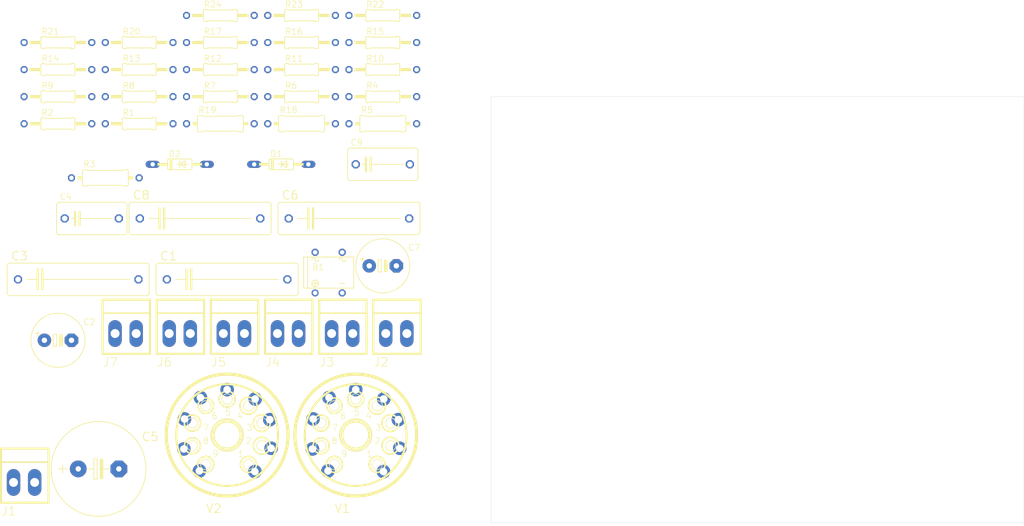
<source format=kicad_pcb>
(kicad_pcb (version 20240108) (generator "pcbnew") (generator_version "8.0")
  (layers (0 "F.Cu" signal) (31 "B.Cu" signal) (34 "B.Paste" user) (35 "F.Paste" user) (36 "B.SilkS" user "B.Silkscreen") (37 "F.SilkS" user "F.Silkscreen") (38 "B.Mask" user) (39 "F.Mask" user) (44 "Edge.Cuts" user))
  (net 0 "")
  (net 1 "GND")
  (net 2 "N$3")
  (net 3 "N$1")
  (net 4 "N$2")
  (net 5 "N$4")
  (net 6 "N$5")
  (net 7 "N$7")
  (net 8 "N$8")
  (net 9 "N$9")
  (net 10 "N$10")
  (net 11 "N$11")
  (net 12 "N$12")
  (net 13 "N$13")
  (net 14 "N$16")
  (net 15 "N$17")
  (net 16 "N$6")
  (net 17 "N$18")
  (net 18 "N$14")
  (net 19 "N$15")
  (net 20 "N$19")
  (net 21 "N$20")
  (net 22 "N$21")
  (net 23 "N$22")
  (net 24 "N$23")
  (net 25 "N$24")
  (net 26 "N$25")
  (net 27 "N$26")
  (net 28 "N$27")
  (net 29 "N$28")
  (net 30 "N$29")
  (footprint "main:0207_12_334" (layer "F.Cu") (at 47.7011 49.7536)
    (property "Reference" "R24" (at -3.175 -1.397 0) (layer "F.SilkS") (effects (font (size 1.1557 1.1557) (thickness 0.1143)) (justify left bottom)))
    (property "Value" "3k9")
    (pad "1" thru_hole roundrect (at -6.35 0) (size 1.3208 1.3208) (drill 0.8128) (layers "*.Cu" "*.Mask") (chamfer_ratio 0.2928932188) (chamfer top_left top_right bottom_left bottom_right) (net 1 "GND"))
    (pad "2" thru_hole roundrect (at 6.35 0) (size 1.3208 1.3208) (drill 0.8128) (layers "*.Cu" "*.Mask") (chamfer_ratio 0.2928932188) (chamfer top_left top_right bottom_left bottom_right) (net 29 "N$28"))
  )
  (footprint "main:1X2MTA_127" (layer "F.Cu") (at 70.5611 109.4436)
    (property "Reference" "J3" (at -4.3688 6.35 0) (layer "F.SilkS") (effects (font (size 1.647139 1.647139) (thickness 0.130861)) (justify left bottom)))
    (property "Value" "")
    (pad "1" thru_hole oval (at 1.9812 0 90) (size 5.0292 2.5146) (drill 1.6764) (layers "*.Cu" "*.Mask") (net 15 "N$17"))
    (pad "2" thru_hole oval (at -1.9812 0 90) (size 5.0292 2.5146) (drill 1.6764) (layers "*.Cu" "*.Mask") (net 14 "N$16"))
  )
  (footprint "main:0207_12_334" (layer "F.Cu") (at 62.9411 54.8336)
    (property "Reference" "R16" (at -3.175 -1.397 0) (layer "F.SilkS") (effects (font (size 1.1557 1.1557) (thickness 0.1143)) (justify left bottom)))
    (property "Value" "1M")
    (pad "1" thru_hole roundrect (at -6.35 0) (size 1.3208 1.3208) (drill 0.8128) (layers "*.Cu" "*.Mask") (chamfer_ratio 0.2928932188) (chamfer top_left top_right bottom_left bottom_right) (net 1 "GND"))
    (pad "2" thru_hole roundrect (at 6.35 0) (size 1.3208 1.3208) (drill 0.8128) (layers "*.Cu" "*.Mask") (chamfer_ratio 0.2928932188) (chamfer top_left top_right bottom_left bottom_right) (net 21 "N$20"))
  )
  (footprint "main:1X2MTA_127" (layer "F.Cu") (at 50.2411 109.4436)
    (property "Reference" "J5" (at -4.3688 6.35 0) (layer "F.SilkS") (effects (font (size 1.647139 1.647139) (thickness 0.130861)) (justify left bottom)))
    (property "Value" "")
    (pad "1" thru_hole oval (at 1.9812 0 90) (size 5.0292 2.5146) (drill 1.6764) (layers "*.Cu" "*.Mask") (net 19 "N$15"))
    (pad "2" thru_hole oval (at -1.9812 0 90) (size 5.0292 2.5146) (drill 1.6764) (layers "*.Cu" "*.Mask") (net 18 "N$14"))
  )
  (footprint "main:0207_12_334" (layer "F.Cu") (at 17.2211 70.0736)
    (property "Reference" "R2" (at -3.175 -1.397 0) (layer "F.SilkS") (effects (font (size 1.1557 1.1557) (thickness 0.1143)) (justify left bottom)))
    (property "Value" "10k")
    (pad "1" thru_hole roundrect (at -6.35 0) (size 1.3208 1.3208) (drill 0.8128) (layers "*.Cu" "*.Mask") (chamfer_ratio 0.2928932188) (chamfer top_left top_right bottom_left bottom_right) (net 3 "N$1"))
    (pad "2" thru_hole roundrect (at 6.35 0) (size 1.3208 1.3208) (drill 0.8128) (layers "*.Cu" "*.Mask") (chamfer_ratio 0.2928932188) (chamfer top_left top_right bottom_left bottom_right) (net 4 "N$2"))
  )
  (footprint "main:E5-10,5_334" (layer "F.Cu") (at 17.2211 110.7136)
    (property "Reference" "C2" (at 4.699 -2.7432 0) (layer "F.SilkS") (effects (font (size 1.1557 1.1557) (thickness 0.1143)) (justify left bottom)))
    (property "Value" "330u 35V")
    (pad "+" thru_hole circle (at -2.54 0) (size 2.54 2.54) (drill 1.016) (layers "*.Cu" "*.Mask") (net 5 "N$4"))
    (pad "-" thru_hole roundrect (at 2.54 0) (size 2.54 2.54) (drill 1.016) (layers "*.Cu" "*.Mask") (chamfer_ratio 0.2928932188) (chamfer top_left top_right bottom_left bottom_right) (net 1 "GND"))
  )
  (footprint "main:DO35-10_210" (layer "F.Cu") (at 59.1311 77.6936)
    (property "Reference" "D1" (at -2.159 -1.27 0) (layer "F.SilkS") (effects (font (size 1.1557 1.1557) (thickness 0.1143)) (justify left bottom)))
    (property "Value" "1N4148DO35-10")
    (pad "A" thru_hole oval (at 5.08 0) (size 2.6416 1.3208) (drill 0.8128) (layers "*.Cu" "*.Mask") (net 8 "N$8"))
    (pad "C" thru_hole oval (at -5.08 0) (size 2.6416 1.3208) (drill 0.8128) (layers "*.Cu" "*.Mask") (net 9 "N$9"))
  )
  (footprint "main:1X2MTA_127" (layer "F.Cu") (at 80.7211 109.4436)
    (property "Reference" "J2" (at -4.3688 6.35 0) (layer "F.SilkS") (effects (font (size 1.647139 1.647139) (thickness 0.130861)) (justify left bottom)))
    (property "Value" "")
    (pad "1" thru_hole oval (at 1.9812 0 90) (size 5.0292 2.5146) (drill 1.6764) (layers "*.Cu" "*.Mask") (net 12 "N$12"))
    (pad "2" thru_hole oval (at -1.9812 0 90) (size 5.0292 2.5146) (drill 1.6764) (layers "*.Cu" "*.Mask") (net 13 "N$13"))
  )
  (footprint "main:0309_12_334" (layer "F.Cu") (at 26.1111 80.2336)
    (property "Reference" "R3" (at -4.191 -1.905 0) (layer "F.SilkS") (effects (font (size 1.1557 1.1557) (thickness 0.1143)) (justify left bottom)))
    (property "Value" "240k")
    (pad "1" thru_hole roundrect (at -6.35 0) (size 1.3208 1.3208) (drill 0.8128) (layers "*.Cu" "*.Mask") (chamfer_ratio 0.2928932188) (chamfer top_left top_right bottom_left bottom_right) (net 6 "N$5"))
    (pad "2" thru_hole roundrect (at 6.35 0) (size 1.3208 1.3208) (drill 0.8128) (layers "*.Cu" "*.Mask") (chamfer_ratio 0.2928932188) (chamfer top_left top_right bottom_left bottom_right) (net 13 "N$13"))
  )
  (footprint "main:0207_12_334" (layer "F.Cu") (at 32.4611 70.0736)
    (property "Reference" "R1" (at -3.175 -1.397 0) (layer "F.SilkS") (effects (font (size 1.1557 1.1557) (thickness 0.1143)) (justify left bottom)))
    (property "Value" "1M")
    (pad "1" thru_hole roundrect (at -6.35 0) (size 1.3208 1.3208) (drill 0.8128) (layers "*.Cu" "*.Mask") (chamfer_ratio 0.2928932188) (chamfer top_left top_right bottom_left bottom_right) (net 1 "GND"))
    (pad "2" thru_hole roundrect (at 6.35 0) (size 1.3208 1.3208) (drill 0.8128) (layers "*.Cu" "*.Mask") (chamfer_ratio 0.2928932188) (chamfer top_left top_right bottom_left bottom_right) (net 3 "N$1"))
  )
  (footprint "main:0309_12_334" (layer "F.Cu") (at 78.1811 70.0736)
    (property "Reference" "R5" (at -4.191 -1.905 0) (layer "F.SilkS") (effects (font (size 1.1557 1.1557) (thickness 0.1143)) (justify left bottom)))
    (property "Value" "240k")
    (pad "1" thru_hole roundrect (at -6.35 0) (size 1.3208 1.3208) (drill 0.8128) (layers "*.Cu" "*.Mask") (chamfer_ratio 0.2928932188) (chamfer top_left top_right bottom_left bottom_right) (net 6 "N$5"))
    (pad "2" thru_hole roundrect (at 6.35 0) (size 1.3208 1.3208) (drill 0.8128) (layers "*.Cu" "*.Mask") (chamfer_ratio 0.2928932188) (chamfer top_left top_right bottom_left bottom_right) (net 13 "N$13"))
  )
  (footprint "main:B-DIL_336" (layer "F.Cu") (at 68.0211 98.0136)
    (property "Reference" "B1" (at -3.175 -0.381 0) (layer "F.SilkS") (effects (font (size 1.1557 1.1557) (thickness 0.1143)) (justify left bottom)))
    (property "Value" "")
    (pad "+" thru_hole circle (at -2.54 3.81) (size 1.3208 1.3208) (drill 0.8128) (layers "*.Cu" "*.Mask") (net 13 "N$13"))
    (pad "-" thru_hole roundrect (at 2.54 3.81) (size 1.3208 1.3208) (drill 0.8128) (layers "*.Cu" "*.Mask") (chamfer_ratio 0.2928932188) (chamfer top_left top_right bottom_left bottom_right) (net 1 "GND"))
    (pad "AC1" thru_hole roundrect (at 2.54 -3.81) (size 1.3208 1.3208) (drill 0.8128) (layers "*.Cu" "*.Mask") (chamfer_ratio 0.2928932188) (chamfer top_left top_right bottom_left bottom_right) (net 14 "N$16"))
    (pad "AC2" thru_hole roundrect (at -2.54 -3.81) (size 1.3208 1.3208) (drill 0.8128) (layers "*.Cu" "*.Mask") (chamfer_ratio 0.2928932188) (chamfer top_left top_right bottom_left bottom_right) (net 15 "N$17"))
  )
  (footprint "main:0207_12_334" (layer "F.Cu") (at 32.4611 59.9136)
    (property "Reference" "R13" (at -3.175 -1.397 0) (layer "F.SilkS") (effects (font (size 1.1557 1.1557) (thickness 0.1143)) (justify left bottom)))
    (property "Value" "660")
    (pad "1" thru_hole roundrect (at -6.35 0) (size 1.3208 1.3208) (drill 0.8128) (layers "*.Cu" "*.Mask") (chamfer_ratio 0.2928932188) (chamfer top_left top_right bottom_left bottom_right) (net 1 "GND"))
    (pad "2" thru_hole roundrect (at 6.35 0) (size 1.3208 1.3208) (drill 0.8128) (layers "*.Cu" "*.Mask") (chamfer_ratio 0.2928932188) (chamfer top_left top_right bottom_left bottom_right) (net 16 "N$6"))
  )
  (footprint "main:E7,5-18_334" (layer "F.Cu") (at 24.8411 134.8436)
    (property "Reference" "C5" (at 8.001 -5.08 0) (layer "F.SilkS") (effects (font (size 1.61798 1.61798) (thickness 0.16002)) (justify left bottom)))
    (property "Value" "100u 350V")
    (pad "+" thru_hole circle (at -3.81 0) (size 3.1496 3.1496) (drill 1.016) (layers "*.Cu" "*.Mask") (net 13 "N$13"))
    (pad "-" thru_hole roundrect (at 3.81 0) (size 3.1496 3.1496) (drill 1.016) (layers "*.Cu" "*.Mask") (chamfer_ratio 0.2928932188) (chamfer top_left top_right bottom_left bottom_right) (net 1 "GND"))
  )
  (footprint "main:C225-062X268_334" (layer "F.Cu") (at 48.9711 99.2836)
    (property "Reference" "C1" (at -12.7 -3.429 0) (layer "F.SilkS") (effects (font (size 1.61798 1.61798) (thickness 0.16002)) (justify left bottom)))
    (property "Value" "1u")
    (pad "1" thru_hole roundrect (at -11.303 0) (size 1.524 1.524) (drill 1.016) (layers "*.Cu" "*.Mask") (chamfer_ratio 0.2928932188) (chamfer top_left top_right bottom_left bottom_right) (net 2 "N$3"))
    (pad "2" thru_hole roundrect (at 11.303 0) (size 1.524 1.524) (drill 1.016) (layers "*.Cu" "*.Mask") (chamfer_ratio 0.2928932188) (chamfer top_left top_right bottom_left bottom_right) (net 3 "N$1"))
  )
  (footprint "main:C102-064X133_334" (layer "F.Cu") (at 78.1811 77.6936)
    (property "Reference" "C9" (at -6.096 -3.429 0) (layer "F.SilkS") (effects (font (size 1.1557 1.1557) (thickness 0.1143)) (justify left bottom)))
    (property "Value" "22n")
    (pad "1" thru_hole roundrect (at -5.08 0) (size 1.524 1.524) (drill 1.016) (layers "*.Cu" "*.Mask") (chamfer_ratio 0.2928932188) (chamfer top_left top_right bottom_left bottom_right) (net 27 "N$26"))
    (pad "2" thru_hole roundrect (at 5.08 0) (size 1.524 1.524) (drill 1.016) (layers "*.Cu" "*.Mask") (chamfer_ratio 0.2928932188) (chamfer top_left top_right bottom_left bottom_right) (net 1 "GND"))
  )
  (footprint "main:NOVAL" (layer "F.Cu") (at 73.1011 128.4936)
    (property "Reference" "V1" (at -4.064 14.732 0) (layer "F.SilkS") (effects (font (size 1.61798 1.61798) (thickness 0.16002)) (justify left bottom)))
    (property "Value" "")
    (fp_text user "5" (at -0.4318 -3.5814 0) (layer "F.SilkS") (effects (font (size 1.1684 1.1684) (thickness 0.1016)) (justify left bottom)))
    (fp_text user "8" (at -4.5974 1.7526 0) (layer "F.SilkS") (effects (font (size 1.1684 1.1684) (thickness 0.1016)) (justify left bottom)))
    (fp_text user "9" (at -2.794 4.2164 0) (layer "F.SilkS") (effects (font (size 1.1684 1.1684) (thickness 0.1016)) (justify left bottom)))
    (fp_text user "4" (at 1.8288 -2.921 0) (layer "F.SilkS") (effects (font (size 1.1684 1.1684) (thickness 0.1016)) (justify left bottom)))
    (fp_text user "1" (at 1.9304 4.2418 0) (layer "F.SilkS") (effects (font (size 1.1684 1.1684) (thickness 0.1016)) (justify left bottom)))
    (fp_text user "2" (at 3.429 1.778 0) (layer "F.SilkS") (effects (font (size 1.1684 1.1684) (thickness 0.1016)) (justify left bottom)))
    (fp_text user "6" (at -2.9718 -2.8702 0) (layer "F.SilkS") (effects (font (size 1.1684 1.1684) (thickness 0.1016)) (justify left bottom)))
    (fp_text user "7" (at -4.5466 -0.7112 0) (layer "F.SilkS") (effects (font (size 1.1684 1.1684) (thickness 0.1016)) (justify left bottom)))
    (fp_text user "3" (at 3.6068 -0.7366 0) (layer "F.SilkS") (effects (font (size 1.1684 1.1684) (thickness 0.1016)) (justify left bottom)))
    (pad "1" thru_hole circle (at 5.207 6.858) (size 2.54 2.54) (drill 1.4224) (layers "*.Cu" "*.Mask") (net 6 "N$5"))
    (pad "2" thru_hole circle (at 8.254 2.484) (size 2.54 2.54) (drill 1.4224) (layers "*.Cu" "*.Mask") (net 4 "N$2"))
    (pad "3" thru_hole circle (at 8.004 -2.893) (size 2.54 2.54) (drill 1.4224) (layers "*.Cu" "*.Mask") (net 5 "N$4"))
    (pad "4" thru_hole circle (at 5.258 -6.77) (size 2.54 2.54) (drill 1.4224) (layers "*.Cu" "*.Mask") (net 18 "N$14"))
    (pad "5" thru_hole circle (at 0 -8.524) (size 2.54 2.54) (drill 1.4224) (layers "*.Cu" "*.Mask") (net 19 "N$15"))
    (pad "6" thru_hole circle (at -5.004 -7.024) (size 2.54 2.54) (drill 1.4224) (layers "*.Cu" "*.Mask") (net 24 "N$23"))
    (pad "7" thru_hole circle (at -8.004 -3.02) (size 2.54 2.54) (drill 1.4224) (layers "*.Cu" "*.Mask") (net 22 "N$21"))
    (pad "8" thru_hole circle (at -8.127 2.611) (size 2.54 2.54) (drill 1.4224) (layers "*.Cu" "*.Mask") (net 23 "N$22"))
    (pad "9" thru_hole circle (at -5.207 6.731) (size 2.54 2.54) (drill 1.4224) (layers "*.Cu" "*.Mask") (net 1 "GND"))
  )
  (footprint "main:C225-062X268_334" (layer "F.Cu") (at 43.8911 87.8536)
    (property "Reference" "C8" (at -12.7 -3.429 0) (layer "F.SilkS") (effects (font (size 1.61798 1.61798) (thickness 0.16002)) (justify left bottom)))
    (property "Value" "1u")
    (pad "1" thru_hole roundrect (at -11.303 0) (size 1.524 1.524) (drill 1.016) (layers "*.Cu" "*.Mask") (chamfer_ratio 0.2928932188) (chamfer top_left top_right bottom_left bottom_right) (net 25 "N$24"))
    (pad "2" thru_hole roundrect (at 11.303 0) (size 1.524 1.524) (drill 1.016) (layers "*.Cu" "*.Mask") (chamfer_ratio 0.2928932188) (chamfer top_left top_right bottom_left bottom_right) (net 26 "N$25"))
  )
  (footprint "main:0207_12_334" (layer "F.Cu") (at 47.7011 64.9936)
    (property "Reference" "R7" (at -3.175 -1.397 0) (layer "F.SilkS") (effects (font (size 1.1557 1.1557) (thickness 0.1143)) (justify left bottom)))
    (property "Value" "51k")
    (pad "1" thru_hole roundrect (at -6.35 0) (size 1.3208 1.3208) (drill 0.8128) (layers "*.Cu" "*.Mask") (chamfer_ratio 0.2928932188) (chamfer top_left top_right bottom_left bottom_right) (net 1 "GND"))
    (pad "2" thru_hole roundrect (at 6.35 0) (size 1.3208 1.3208) (drill 0.8128) (layers "*.Cu" "*.Mask") (chamfer_ratio 0.2928932188) (chamfer top_left top_right bottom_left bottom_right) (net 8 "N$8"))
  )
  (footprint "main:0207_12_334" (layer "F.Cu") (at 78.1811 64.9936)
    (property "Reference" "R4" (at -3.175 -1.397 0) (layer "F.SilkS") (effects (font (size 1.1557 1.1557) (thickness 0.1143)) (justify left bottom)))
    (property "Value" "220")
    (pad "1" thru_hole roundrect (at -6.35 0) (size 1.3208 1.3208) (drill 0.8128) (layers "*.Cu" "*.Mask") (chamfer_ratio 0.2928932188) (chamfer top_left top_right bottom_left bottom_right) (net 1 "GND"))
    (pad "2" thru_hole roundrect (at 6.35 0) (size 1.3208 1.3208) (drill 0.8128) (layers "*.Cu" "*.Mask") (chamfer_ratio 0.2928932188) (chamfer top_left top_right bottom_left bottom_right) (net 5 "N$4"))
  )
  (footprint "main:0309_12_334" (layer "F.Cu") (at 47.7011 70.0736)
    (property "Reference" "R19" (at -4.191 -1.905 0) (layer "F.SilkS") (effects (font (size 1.1557 1.1557) (thickness 0.1143)) (justify left bottom)))
    (property "Value" "240k")
    (pad "1" thru_hole roundrect (at -6.35 0) (size 1.3208 1.3208) (drill 0.8128) (layers "*.Cu" "*.Mask") (chamfer_ratio 0.2928932188) (chamfer top_left top_right bottom_left bottom_right) (net 24 "N$23"))
    (pad "2" thru_hole roundrect (at 6.35 0) (size 1.3208 1.3208) (drill 0.8128) (layers "*.Cu" "*.Mask") (chamfer_ratio 0.2928932188) (chamfer top_left top_right bottom_left bottom_right) (net 13 "N$13"))
  )
  (footprint "main:0207_12_334" (layer "F.Cu") (at 78.1811 54.8336)
    (property "Reference" "R15" (at -3.175 -1.397 0) (layer "F.SilkS") (effects (font (size 1.1557 1.1557) (thickness 0.1143)) (justify left bottom)))
    (property "Value" "10k")
    (pad "1" thru_hole roundrect (at -6.35 0) (size 1.3208 1.3208) (drill 0.8128) (layers "*.Cu" "*.Mask") (chamfer_ratio 0.2928932188) (chamfer top_left top_right bottom_left bottom_right) (net 21 "N$20"))
    (pad "2" thru_hole roundrect (at 6.35 0) (size 1.3208 1.3208) (drill 0.8128) (layers "*.Cu" "*.Mask") (chamfer_ratio 0.2928932188) (chamfer top_left top_right bottom_left bottom_right) (net 22 "N$21"))
  )
  (footprint "main:1X2MTA_127" (layer "F.Cu") (at 10.8711 137.3836)
    (property "Reference" "J1" (at -4.3688 6.35 0) (layer "F.SilkS") (effects (font (size 1.647139 1.647139) (thickness 0.130861)) (justify left bottom)))
    (property "Value" "")
    (pad "1" thru_hole oval (at 1.9812 0 90) (size 5.0292 2.5146) (drill 1.6764) (layers "*.Cu" "*.Mask") (net 1 "GND"))
    (pad "2" thru_hole oval (at -1.9812 0 90) (size 5.0292 2.5146) (drill 1.6764) (layers "*.Cu" "*.Mask") (net 2 "N$3"))
  )
  (footprint "main:0207_12_334" (layer "F.Cu") (at 62.9411 64.9936)
    (property "Reference" "R6" (at -3.175 -1.397 0) (layer "F.SilkS") (effects (font (size 1.1557 1.1557) (thickness 0.1143)) (justify left bottom)))
    (property "Value" "1k")
    (pad "1" thru_hole roundrect (at -6.35 0) (size 1.3208 1.3208) (drill 0.8128) (layers "*.Cu" "*.Mask") (chamfer_ratio 0.2928932188) (chamfer top_left top_right bottom_left bottom_right) (net 6 "N$5"))
    (pad "2" thru_hole roundrect (at 6.35 0) (size 1.3208 1.3208) (drill 0.8128) (layers "*.Cu" "*.Mask") (chamfer_ratio 0.2928932188) (chamfer top_left top_right bottom_left bottom_right) (net 7 "N$7"))
  )
  (footprint "main:0207_12_334" (layer "F.Cu") (at 47.7011 54.8336)
    (property "Reference" "R17" (at -3.175 -1.397 0) (layer "F.SilkS") (effects (font (size 1.1557 1.1557) (thickness 0.1143)) (justify left bottom)))
    (property "Value" "220")
    (pad "1" thru_hole roundrect (at -6.35 0) (size 1.3208 1.3208) (drill 0.8128) (layers "*.Cu" "*.Mask") (chamfer_ratio 0.2928932188) (chamfer top_left top_right bottom_left bottom_right) (net 1 "GND"))
    (pad "2" thru_hole roundrect (at 6.35 0) (size 1.3208 1.3208) (drill 0.8128) (layers "*.Cu" "*.Mask") (chamfer_ratio 0.2928932188) (chamfer top_left top_right bottom_left bottom_right) (net 23 "N$22"))
  )
  (footprint "main:0207_12_334" (layer "F.Cu") (at 17.2211 54.8336)
    (property "Reference" "R21" (at -3.175 -1.397 0) (layer "F.SilkS") (effects (font (size 1.1557 1.1557) (thickness 0.1143)) (justify left bottom)))
    (property "Value" "51k")
    (pad "1" thru_hole roundrect (at -6.35 0) (size 1.3208 1.3208) (drill 0.8128) (layers "*.Cu" "*.Mask") (chamfer_ratio 0.2928932188) (chamfer top_left top_right bottom_left bottom_right) (net 1 "GND"))
    (pad "2" thru_hole roundrect (at 6.35 0) (size 1.3208 1.3208) (drill 0.8128) (layers "*.Cu" "*.Mask") (chamfer_ratio 0.2928932188) (chamfer top_left top_right bottom_left bottom_right) (net 26 "N$25"))
  )
  (footprint "main:C225-062X268_334" (layer "F.Cu") (at 71.8311 87.8536)
    (property "Reference" "C6" (at -12.7 -3.429 0) (layer "F.SilkS") (effects (font (size 1.61798 1.61798) (thickness 0.16002)) (justify left bottom)))
    (property "Value" "1u")
    (pad "1" thru_hole roundrect (at -11.303 0) (size 1.524 1.524) (drill 1.016) (layers "*.Cu" "*.Mask") (chamfer_ratio 0.2928932188) (chamfer top_left top_right bottom_left bottom_right) (net 20 "N$19"))
    (pad "2" thru_hole roundrect (at 11.303 0) (size 1.524 1.524) (drill 1.016) (layers "*.Cu" "*.Mask") (chamfer_ratio 0.2928932188) (chamfer top_left top_right bottom_left bottom_right) (net 21 "N$20"))
  )
  (footprint "main:C102-064X133_334" (layer "F.Cu") (at 23.5711 87.8536)
    (property "Reference" "C4" (at -6.096 -3.429 0) (layer "F.SilkS") (effects (font (size 1.1557 1.1557) (thickness 0.1143)) (justify left bottom)))
    (property "Value" "22n")
    (pad "1" thru_hole roundrect (at -5.08 0) (size 1.524 1.524) (drill 1.016) (layers "*.Cu" "*.Mask") (chamfer_ratio 0.2928932188) (chamfer top_left top_right bottom_left bottom_right) (net 9 "N$9"))
    (pad "2" thru_hole roundrect (at 5.08 0) (size 1.524 1.524) (drill 1.016) (layers "*.Cu" "*.Mask") (chamfer_ratio 0.2928932188) (chamfer top_left top_right bottom_left bottom_right) (net 1 "GND"))
  )
  (footprint "main:0207_12_334" (layer "F.Cu") (at 62.9411 49.7536)
    (property "Reference" "R23" (at -3.175 -1.397 0) (layer "F.SilkS") (effects (font (size 1.1557 1.1557) (thickness 0.1143)) (justify left bottom)))
    (property "Value" "10k")
    (pad "1" thru_hole roundrect (at -6.35 0) (size 1.3208 1.3208) (drill 0.8128) (layers "*.Cu" "*.Mask") (chamfer_ratio 0.2928932188) (chamfer top_left top_right bottom_left bottom_right) (net 27 "N$26"))
    (pad "2" thru_hole roundrect (at 6.35 0) (size 1.3208 1.3208) (drill 0.8128) (layers "*.Cu" "*.Mask") (chamfer_ratio 0.2928932188) (chamfer top_left top_right bottom_left bottom_right) (net 28 "N$27"))
  )
  (footprint "main:1X2MTA_127" (layer "F.Cu") (at 29.9211 109.4436)
    (property "Reference" "J7" (at -4.3688 6.35 0) (layer "F.SilkS") (effects (font (size 1.647139 1.647139) (thickness 0.130861)) (justify left bottom)))
    (property "Value" "")
    (pad "1" thru_hole oval (at 1.9812 0 90) (size 5.0292 2.5146) (drill 1.6764) (layers "*.Cu" "*.Mask") (net 30 "N$29"))
    (pad "2" thru_hole oval (at -1.9812 0 90) (size 5.0292 2.5146) (drill 1.6764) (layers "*.Cu" "*.Mask") (net 13 "N$13"))
  )
  (footprint "main:0207_12_334" (layer "F.Cu") (at 17.2211 64.9936)
    (property "Reference" "R9" (at -3.175 -1.397 0) (layer "F.SilkS") (effects (font (size 1.1557 1.1557) (thickness 0.1143)) (justify left bottom)))
    (property "Value" "10k")
    (pad "1" thru_hole roundrect (at -6.35 0) (size 1.3208 1.3208) (drill 0.8128) (layers "*.Cu" "*.Mask") (chamfer_ratio 0.2928932188) (chamfer top_left top_right bottom_left bottom_right) (net 9 "N$9"))
    (pad "2" thru_hole roundrect (at 6.35 0) (size 1.3208 1.3208) (drill 0.8128) (layers "*.Cu" "*.Mask") (chamfer_ratio 0.2928932188) (chamfer top_left top_right bottom_left bottom_right) (net 10 "N$10"))
  )
  (footprint "main:NOVAL" (layer "F.Cu") (at 48.9711 128.4936)
    (property "Reference" "V2" (at -4.064 14.732 0) (layer "F.SilkS") (effects (font (size 1.61798 1.61798) (thickness 0.16002)) (justify left bottom)))
    (property "Value" "")
    (fp_text user "1" (at 1.9304 4.2418 0) (layer "F.SilkS") (effects (font (size 1.1684 1.1684) (thickness 0.1016)) (justify left bottom)))
    (fp_text user "4" (at 1.8288 -2.921 0) (layer "F.SilkS") (effects (font (size 1.1684 1.1684) (thickness 0.1016)) (justify left bottom)))
    (fp_text user "5" (at -0.4318 -3.5814 0) (layer "F.SilkS") (effects (font (size 1.1684 1.1684) (thickness 0.1016)) (justify left bottom)))
    (fp_text user "8" (at -4.5974 1.7526 0) (layer "F.SilkS") (effects (font (size 1.1684 1.1684) (thickness 0.1016)) (justify left bottom)))
    (fp_text user "6" (at -2.9718 -2.8702 0) (layer "F.SilkS") (effects (font (size 1.1684 1.1684) (thickness 0.1016)) (justify left bottom)))
    (fp_text user "2" (at 3.429 1.778 0) (layer "F.SilkS") (effects (font (size 1.1684 1.1684) (thickness 0.1016)) (justify left bottom)))
    (fp_text user "7" (at -4.5466 -0.7112 0) (layer "F.SilkS") (effects (font (size 1.1684 1.1684) (thickness 0.1016)) (justify left bottom)))
    (fp_text user "9" (at -2.794 4.2164 0) (layer "F.SilkS") (effects (font (size 1.1684 1.1684) (thickness 0.1016)) (justify left bottom)))
    (fp_text user "3" (at 3.6068 -0.7366 0) (layer "F.SilkS") (effects (font (size 1.1684 1.1684) (thickness 0.1016)) (justify left bottom)))
    (pad "1" thru_hole circle (at 5.207 6.858) (size 2.54 2.54) (drill 1.4224) (layers "*.Cu" "*.Mask") (net 12 "N$12"))
    (pad "2" thru_hole circle (at 8.254 2.484) (size 2.54 2.54) (drill 1.4224) (layers "*.Cu" "*.Mask") (net 10 "N$10"))
    (pad "3" thru_hole circle (at 8.004 -2.893) (size 2.54 2.54) (drill 1.4224) (layers "*.Cu" "*.Mask") (net 11 "N$11"))
    (pad "4" thru_hole circle (at 5.258 -6.77) (size 2.54 2.54) (drill 1.4224) (layers "*.Cu" "*.Mask") (net 16 "N$6"))
    (pad "5" thru_hole circle (at 0 -8.524) (size 2.54 2.54) (drill 1.4224) (layers "*.Cu" "*.Mask") (net 17 "N$18"))
    (pad "6" thru_hole circle (at -5.004 -7.024) (size 2.54 2.54) (drill 1.4224) (layers "*.Cu" "*.Mask") (net 30 "N$29"))
    (pad "7" thru_hole circle (at -8.004 -3.02) (size 2.54 2.54) (drill 1.4224) (layers "*.Cu" "*.Mask") (net 28 "N$27"))
    (pad "8" thru_hole circle (at -8.127 2.611) (size 2.54 2.54) (drill 1.4224) (layers "*.Cu" "*.Mask") (net 29 "N$28"))
    (pad "9" thru_hole circle (at -5.207 6.731) (size 2.54 2.54) (drill 1.4224) (layers "*.Cu" "*.Mask") (net 1 "GND"))
  )
  (footprint "main:0207_12_334" (layer "F.Cu") (at 32.4611 64.9936)
    (property "Reference" "R8" (at -3.175 -1.397 0) (layer "F.SilkS") (effects (font (size 1.1557 1.1557) (thickness 0.1143)) (justify left bottom)))
    (property "Value" "1M")
    (pad "1" thru_hole roundrect (at -6.35 0) (size 1.3208 1.3208) (drill 0.8128) (layers "*.Cu" "*.Mask") (chamfer_ratio 0.2928932188) (chamfer top_left top_right bottom_left bottom_right) (net 1 "GND"))
    (pad "2" thru_hole roundrect (at 6.35 0) (size 1.3208 1.3208) (drill 0.8128) (layers "*.Cu" "*.Mask") (chamfer_ratio 0.2928932188) (chamfer top_left top_right bottom_left bottom_right) (net 9 "N$9"))
  )
  (footprint "main:0207_12_334" (layer "F.Cu") (at 32.4611 54.8336)
    (property "Reference" "R20" (at -3.175 -1.397 0) (layer "F.SilkS") (effects (font (size 1.1557 1.1557) (thickness 0.1143)) (justify left bottom)))
    (property "Value" "1k")
    (pad "1" thru_hole roundrect (at -6.35 0) (size 1.3208 1.3208) (drill 0.8128) (layers "*.Cu" "*.Mask") (chamfer_ratio 0.2928932188) (chamfer top_left top_right bottom_left bottom_right) (net 24 "N$23"))
    (pad "2" thru_hole roundrect (at 6.35 0) (size 1.3208 1.3208) (drill 0.8128) (layers "*.Cu" "*.Mask") (chamfer_ratio 0.2928932188) (chamfer top_left top_right bottom_left bottom_right) (net 25 "N$24"))
  )
  (footprint "main:E5-10,5_334" (layer "F.Cu") (at 78.1811 96.7436)
    (property "Reference" "C7" (at 4.699 -2.7432 0) (layer "F.SilkS") (effects (font (size 1.1557 1.1557) (thickness 0.1143)) (justify left bottom)))
    (property "Value" "330u 35V")
    (pad "+" thru_hole circle (at -2.54 0) (size 2.54 2.54) (drill 1.016) (layers "*.Cu" "*.Mask") (net 23 "N$22"))
    (pad "-" thru_hole roundrect (at 2.54 0) (size 2.54 2.54) (drill 1.016) (layers "*.Cu" "*.Mask") (chamfer_ratio 0.2928932188) (chamfer top_left top_right bottom_left bottom_right) (net 1 "GND"))
  )
  (footprint "main:1X2MTA_127" (layer "F.Cu") (at 40.0811 109.4436)
    (property "Reference" "J6" (at -4.3688 6.35 0) (layer "F.SilkS") (effects (font (size 1.647139 1.647139) (thickness 0.130861)) (justify left bottom)))
    (property "Value" "")
    (pad "1" thru_hole oval (at 1.9812 0 90) (size 5.0292 2.5146) (drill 1.6764) (layers "*.Cu" "*.Mask") (net 1 "GND"))
    (pad "2" thru_hole oval (at -1.9812 0 90) (size 5.0292 2.5146) (drill 1.6764) (layers "*.Cu" "*.Mask") (net 20 "N$19"))
  )
  (footprint "main:0207_12_334" (layer "F.Cu") (at 62.9411 59.9136)
    (property "Reference" "R11" (at -3.175 -1.397 0) (layer "F.SilkS") (effects (font (size 1.1557 1.1557) (thickness 0.1143)) (justify left bottom)))
    (property "Value" "660")
    (pad "1" thru_hole roundrect (at -6.35 0) (size 1.3208 1.3208) (drill 0.8128) (layers "*.Cu" "*.Mask") (chamfer_ratio 0.2928932188) (chamfer top_left top_right bottom_left bottom_right) (net 1 "GND"))
    (pad "2" thru_hole roundrect (at 6.35 0) (size 1.3208 1.3208) (drill 0.8128) (layers "*.Cu" "*.Mask") (chamfer_ratio 0.2928932188) (chamfer top_left top_right bottom_left bottom_right) (net 18 "N$14"))
  )
  (footprint "main:0207_12_334" (layer "F.Cu") (at 47.7011 59.9136)
    (property "Reference" "R12" (at -3.175 -1.397 0) (layer "F.SilkS") (effects (font (size 1.1557 1.1557) (thickness 0.1143)) (justify left bottom)))
    (property "Value" "660")
    (pad "1" thru_hole roundrect (at -6.35 0) (size 1.3208 1.3208) (drill 0.8128) (layers "*.Cu" "*.Mask") (chamfer_ratio 0.2928932188) (chamfer top_left top_right bottom_left bottom_right) (net 19 "N$15"))
    (pad "2" thru_hole roundrect (at 6.35 0) (size 1.3208 1.3208) (drill 0.8128) (layers "*.Cu" "*.Mask") (chamfer_ratio 0.2928932188) (chamfer top_left top_right bottom_left bottom_right) (net 1 "GND"))
  )
  (footprint "main:DO35-10_210" (layer "F.Cu") (at 40.0811 77.6936)
    (property "Reference" "D2" (at -2.159 -1.27 0) (layer "F.SilkS") (effects (font (size 1.1557 1.1557) (thickness 0.1143)) (justify left bottom)))
    (property "Value" "1N4148DO35-10")
    (pad "A" thru_hole oval (at 5.08 0) (size 2.6416 1.3208) (drill 0.8128) (layers "*.Cu" "*.Mask") (net 26 "N$25"))
    (pad "C" thru_hole oval (at -5.08 0) (size 2.6416 1.3208) (drill 0.8128) (layers "*.Cu" "*.Mask") (net 27 "N$26"))
  )
  (footprint "main:0309_12_334" (layer "F.Cu") (at 62.9411 70.0736)
    (property "Reference" "R18" (at -4.191 -1.905 0) (layer "F.SilkS") (effects (font (size 1.1557 1.1557) (thickness 0.1143)) (justify left bottom)))
    (property "Value" "240k")
    (pad "1" thru_hole roundrect (at -6.35 0) (size 1.3208 1.3208) (drill 0.8128) (layers "*.Cu" "*.Mask") (chamfer_ratio 0.2928932188) (chamfer top_left top_right bottom_left bottom_right) (net 24 "N$23"))
    (pad "2" thru_hole roundrect (at 6.35 0) (size 1.3208 1.3208) (drill 0.8128) (layers "*.Cu" "*.Mask") (chamfer_ratio 0.2928932188) (chamfer top_left top_right bottom_left bottom_right) (net 13 "N$13"))
  )
  (footprint "main:0207_12_334" (layer "F.Cu") (at 78.1811 49.7536)
    (property "Reference" "R22" (at -3.175 -1.397 0) (layer "F.SilkS") (effects (font (size 1.1557 1.1557) (thickness 0.1143)) (justify left bottom)))
    (property "Value" "1M")
    (pad "1" thru_hole roundrect (at -6.35 0) (size 1.3208 1.3208) (drill 0.8128) (layers "*.Cu" "*.Mask") (chamfer_ratio 0.2928932188) (chamfer top_left top_right bottom_left bottom_right) (net 1 "GND"))
    (pad "2" thru_hole roundrect (at 6.35 0) (size 1.3208 1.3208) (drill 0.8128) (layers "*.Cu" "*.Mask") (chamfer_ratio 0.2928932188) (chamfer top_left top_right bottom_left bottom_right) (net 27 "N$26"))
  )
  (footprint "main:0207_12_334" (layer "F.Cu") (at 78.1811 59.9136)
    (property "Reference" "R10" (at -3.175 -1.397 0) (layer "F.SilkS") (effects (font (size 1.1557 1.1557) (thickness 0.1143)) (justify left bottom)))
    (property "Value" "3k9")
    (pad "1" thru_hole roundrect (at -6.35 0) (size 1.3208 1.3208) (drill 0.8128) (layers "*.Cu" "*.Mask") (chamfer_ratio 0.2928932188) (chamfer top_left top_right bottom_left bottom_right) (net 1 "GND"))
    (pad "2" thru_hole roundrect (at 6.35 0) (size 1.3208 1.3208) (drill 0.8128) (layers "*.Cu" "*.Mask") (chamfer_ratio 0.2928932188) (chamfer top_left top_right bottom_left bottom_right) (net 11 "N$11"))
  )
  (footprint "main:0207_12_334" (layer "F.Cu") (at 17.2211 59.9136)
    (property "Reference" "R14" (at -3.175 -1.397 0) (layer "F.SilkS") (effects (font (size 1.1557 1.1557) (thickness 0.1143)) (justify left bottom)))
    (property "Value" "660")
    (pad "1" thru_hole roundrect (at -6.35 0) (size 1.3208 1.3208) (drill 0.8128) (layers "*.Cu" "*.Mask") (chamfer_ratio 0.2928932188) (chamfer top_left top_right bottom_left bottom_right) (net 17 "N$18"))
    (pad "2" thru_hole roundrect (at 6.35 0) (size 1.3208 1.3208) (drill 0.8128) (layers "*.Cu" "*.Mask") (chamfer_ratio 0.2928932188) (chamfer top_left top_right bottom_left bottom_right) (net 1 "GND"))
  )
  (footprint "main:1X2MTA_127" (layer "F.Cu") (at 60.4011 109.4436)
    (property "Reference" "J4" (at -4.3688 6.35 0) (layer "F.SilkS") (effects (font (size 1.647139 1.647139) (thickness 0.130861)) (justify left bottom)))
    (property "Value" "")
    (pad "1" thru_hole oval (at 1.9812 0 90) (size 5.0292 2.5146) (drill 1.6764) (layers "*.Cu" "*.Mask") (net 17 "N$18"))
    (pad "2" thru_hole oval (at -1.9812 0 90) (size 5.0292 2.5146) (drill 1.6764) (layers "*.Cu" "*.Mask") (net 16 "N$6"))
  )
  (footprint "main:C225-062X268_334" (layer "F.Cu") (at 21.0311 99.2836)
    (property "Reference" "C3" (at -12.7 -3.429 0) (layer "F.SilkS") (effects (font (size 1.61798 1.61798) (thickness 0.16002)) (justify left bottom)))
    (property "Value" "1u")
    (pad "1" thru_hole roundrect (at -11.303 0) (size 1.524 1.524) (drill 1.016) (layers "*.Cu" "*.Mask") (chamfer_ratio 0.2928932188) (chamfer top_left top_right bottom_left bottom_right) (net 7 "N$7"))
    (pad "2" thru_hole roundrect (at 11.303 0) (size 1.524 1.524) (drill 1.016) (layers "*.Cu" "*.Mask") (chamfer_ratio 0.2928932188) (chamfer top_left top_right bottom_left bottom_right) (net 8 "N$8"))
  )
  (gr_line (start 98.5011 145.0036) (end 198.5011 145.0036) (stroke (width 0.05)) (layer "Edge.Cuts"))
  (gr_line (start 198.5011 65.0036) (end 98.5011 65.0036) (stroke (width 0.05)) (layer "Edge.Cuts"))
  (gr_line (start 98.5011 65.0036) (end 98.5011 145.0036) (stroke (width 0.05)) (layer "Edge.Cuts"))
  (gr_line (start 198.5011 145.0036) (end 198.5011 65.0036) (stroke (width 0.05)) (layer "Edge.Cuts"))
)
</source>
